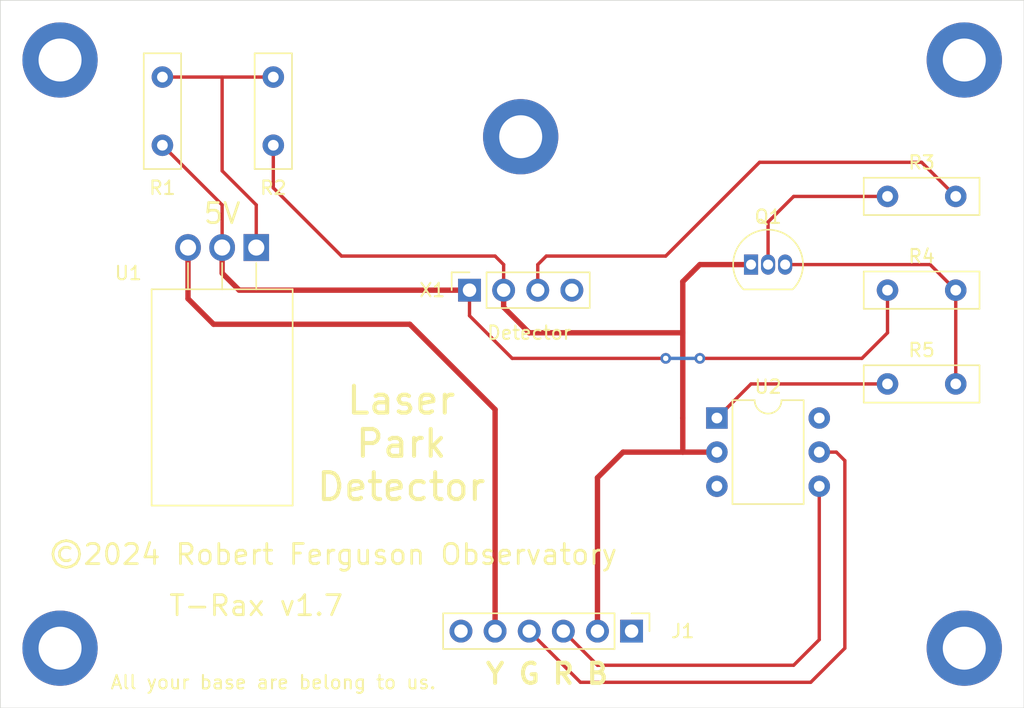
<source format=kicad_pcb>
(kicad_pcb (version 20171130) (host pcbnew "(5.1.9-0-10_14)")

  (general
    (thickness 1.6)
    (drawings 14)
    (tracks 70)
    (zones 0)
    (modules 15)
    (nets 11)
  )

  (page A4)
  (layers
    (0 F.Cu signal)
    (31 B.Cu signal)
    (32 B.Adhes user)
    (33 F.Adhes user)
    (34 B.Paste user)
    (35 F.Paste user)
    (36 B.SilkS user)
    (37 F.SilkS user)
    (38 B.Mask user)
    (39 F.Mask user)
    (40 Dwgs.User user)
    (41 Cmts.User user)
    (42 Eco1.User user)
    (43 Eco2.User user)
    (44 Edge.Cuts user)
    (45 Margin user)
    (46 B.CrtYd user)
    (47 F.CrtYd user)
    (48 B.Fab user)
    (49 F.Fab user)
  )

  (setup
    (last_trace_width 0.25)
    (user_trace_width 0.4)
    (user_trace_width 1)
    (trace_clearance 0.2)
    (zone_clearance 0.508)
    (zone_45_only no)
    (trace_min 0.2)
    (via_size 0.8)
    (via_drill 0.4)
    (via_min_size 0.4)
    (via_min_drill 0.3)
    (uvia_size 0.3)
    (uvia_drill 0.1)
    (uvias_allowed no)
    (uvia_min_size 0.2)
    (uvia_min_drill 0.1)
    (edge_width 0.05)
    (segment_width 0.2)
    (pcb_text_width 0.3)
    (pcb_text_size 1.5 1.5)
    (mod_edge_width 0.12)
    (mod_text_size 1 1)
    (mod_text_width 0.15)
    (pad_size 5.6 5.6)
    (pad_drill 3.2)
    (pad_to_mask_clearance 0)
    (aux_axis_origin 0 0)
    (visible_elements FFFFFF7F)
    (pcbplotparams
      (layerselection 0x010fc_ffffffff)
      (usegerberextensions false)
      (usegerberattributes true)
      (usegerberadvancedattributes true)
      (creategerberjobfile true)
      (excludeedgelayer true)
      (linewidth 0.100000)
      (plotframeref false)
      (viasonmask false)
      (mode 1)
      (useauxorigin false)
      (hpglpennumber 1)
      (hpglpenspeed 20)
      (hpglpendiameter 15.000000)
      (psnegative false)
      (psa4output false)
      (plotreference true)
      (plotvalue true)
      (plotinvisibletext false)
      (padsonsilk false)
      (subtractmaskfromsilk false)
      (outputformat 1)
      (mirror false)
      (drillshape 0)
      (scaleselection 1)
      (outputdirectory "./"))
  )

  (net 0 "")
  (net 1 GND)
  (net 2 "Net-(J1-Pad3)")
  (net 3 "Net-(J1-Pad4)")
  (net 4 "Net-(J1-Pad5)")
  (net 5 "Net-(Q1-Pad2)")
  (net 6 "Net-(Q1-Pad3)")
  (net 7 "Net-(R1-Pad1)")
  (net 8 "Net-(R1-Pad2)")
  (net 9 "Net-(R3-Pad2)")
  (net 10 "Net-(R5-Pad1)")

  (net_class Default "This is the default net class."
    (clearance 0.2)
    (trace_width 0.25)
    (via_dia 0.8)
    (via_drill 0.4)
    (uvia_dia 0.3)
    (uvia_drill 0.1)
    (add_net GND)
    (add_net "Net-(J1-Pad3)")
    (add_net "Net-(J1-Pad4)")
    (add_net "Net-(J1-Pad5)")
    (add_net "Net-(Q1-Pad2)")
    (add_net "Net-(Q1-Pad3)")
    (add_net "Net-(R1-Pad1)")
    (add_net "Net-(R1-Pad2)")
    (add_net "Net-(R3-Pad2)")
    (add_net "Net-(R5-Pad1)")
  )

  (module MountingHole:MountingHole_3.2mm_M3_DIN965_Pad (layer F.Cu) (tedit 65D3B5AB) (tstamp 65D41F09)
    (at 99.695 61.595)
    (descr "Mounting Hole 3.2mm, M3, DIN965")
    (tags "mounting hole 3.2mm m3 din965")
    (attr virtual)
    (fp_text reference REF** (at 0 -3.8) (layer F.SilkS) hide
      (effects (font (size 1 1) (thickness 0.15)))
    )
    (fp_text value MountingHole_3.2mm_M3_DIN965_Pad (at 0 3.8) (layer F.Fab) hide
      (effects (font (size 1 1) (thickness 0.15)))
    )
    (fp_circle (center 0 0) (end 2.8 0) (layer Cmts.User) (width 0.15))
    (fp_circle (center 0 0) (end 3.05 0) (layer F.CrtYd) (width 0.05))
    (fp_text user %R (at 0.3 0) (layer F.Fab)
      (effects (font (size 1 1) (thickness 0.15)))
    )
    (pad "" thru_hole circle (at 0 0) (size 5.6 5.6) (drill 3.2) (layers *.Cu *.Mask))
  )

  (module Package_TO_SOT_THT:TO-220F-3_Horizontal_TabDown (layer F.Cu) (tedit 5AC8BA0D) (tstamp 65D400C4)
    (at 80.01 69.85 180)
    (descr "TO-220F-3, Horizontal, RM 2.54mm, see http://www.st.com/resource/en/datasheet/stp20nm60.pdf")
    (tags "TO-220F-3 Horizontal RM 2.54mm")
    (path /65EBE818)
    (fp_text reference U1 (at 9.525 -1.905) (layer F.SilkS)
      (effects (font (size 1 1) (thickness 0.15)))
    )
    (fp_text value LM1084 (at 2.54 2.9025) (layer F.Fab)
      (effects (font (size 1 1) (thickness 0.15)))
    )
    (fp_text user %R (at 2.54 -4.1675) (layer F.Fab)
      (effects (font (size 1 1) (thickness 0.15)))
    )
    (fp_circle (center 2.54 -15.8) (end 4.39 -15.8) (layer F.Fab) (width 0.1))
    (fp_line (start -2.59 -12.42) (end -2.59 -19.1) (layer F.Fab) (width 0.1))
    (fp_line (start -2.59 -19.1) (end 7.67 -19.1) (layer F.Fab) (width 0.1))
    (fp_line (start 7.67 -19.1) (end 7.67 -12.42) (layer F.Fab) (width 0.1))
    (fp_line (start 7.67 -12.42) (end -2.59 -12.42) (layer F.Fab) (width 0.1))
    (fp_line (start -2.59 -3.23) (end -2.59 -12.42) (layer F.Fab) (width 0.1))
    (fp_line (start -2.59 -12.42) (end 7.67 -12.42) (layer F.Fab) (width 0.1))
    (fp_line (start 7.67 -12.42) (end 7.67 -3.23) (layer F.Fab) (width 0.1))
    (fp_line (start 7.67 -3.23) (end -2.59 -3.23) (layer F.Fab) (width 0.1))
    (fp_line (start 0 -3.23) (end 0 0) (layer F.Fab) (width 0.1))
    (fp_line (start 2.54 -3.23) (end 2.54 0) (layer F.Fab) (width 0.1))
    (fp_line (start 5.08 -3.23) (end 5.08 0) (layer F.Fab) (width 0.1))
    (fp_line (start -2.71 -3.11) (end 7.79 -3.11) (layer F.SilkS) (width 0.12))
    (fp_line (start -2.71 -19.22) (end 7.79 -19.22) (layer F.SilkS) (width 0.12))
    (fp_line (start -2.71 -19.22) (end -2.71 -3.11) (layer F.SilkS) (width 0.12))
    (fp_line (start 7.79 -19.22) (end 7.79 -3.11) (layer F.SilkS) (width 0.12))
    (fp_line (start 0 -3.11) (end 0 -1.15) (layer F.SilkS) (width 0.12))
    (fp_line (start 2.54 -3.11) (end 2.54 -1.15) (layer F.SilkS) (width 0.12))
    (fp_line (start 5.08 -3.11) (end 5.08 -1.15) (layer F.SilkS) (width 0.12))
    (fp_line (start -2.84 -19.35) (end -2.84 1.25) (layer F.CrtYd) (width 0.05))
    (fp_line (start -2.84 1.25) (end 7.92 1.25) (layer F.CrtYd) (width 0.05))
    (fp_line (start 7.92 1.25) (end 7.92 -19.35) (layer F.CrtYd) (width 0.05))
    (fp_line (start 7.92 -19.35) (end -2.84 -19.35) (layer F.CrtYd) (width 0.05))
    (pad 3 thru_hole oval (at 5.08 0 180) (size 1.905 2) (drill 1.2) (layers *.Cu *.Mask)
      (net 4 "Net-(J1-Pad5)"))
    (pad 2 thru_hole oval (at 2.54 0 180) (size 1.905 2) (drill 1.2) (layers *.Cu *.Mask)
      (net 8 "Net-(R1-Pad2)"))
    (pad 1 thru_hole rect (at 0 0 180) (size 1.905 2) (drill 1.2) (layers *.Cu *.Mask)
      (net 7 "Net-(R1-Pad1)"))
    (pad "" np_thru_hole oval (at 2.54 -15.8 180) (size 3.5 3.5) (drill 3.5) (layers *.Cu *.Mask))
    (model ${KISYS3DMOD}/Package_TO_SOT_THT.3dshapes/TO-220F-3_Horizontal_TabDown.wrl
      (at (xyz 0 0 0))
      (scale (xyz 1 1 1))
      (rotate (xyz 0 0 0))
    )
  )

  (module MountingHole:MountingHole_3.2mm_M3_DIN965_Pad (layer F.Cu) (tedit 65D3B5AB) (tstamp 65D413C3)
    (at 65.405 55.88)
    (descr "Mounting Hole 3.2mm, M3, DIN965")
    (tags "mounting hole 3.2mm m3 din965")
    (attr virtual)
    (fp_text reference REF** (at 0 -3.8) (layer F.SilkS) hide
      (effects (font (size 1 1) (thickness 0.15)))
    )
    (fp_text value MountingHole_3.2mm_M3_DIN965_Pad (at 0 3.8) (layer F.Fab) hide
      (effects (font (size 1 1) (thickness 0.15)))
    )
    (fp_text user %R (at 0.3 0) (layer F.Fab)
      (effects (font (size 1 1) (thickness 0.15)))
    )
    (fp_circle (center 0 0) (end 2.8 0) (layer Cmts.User) (width 0.15))
    (fp_circle (center 0 0) (end 3.05 0) (layer F.CrtYd) (width 0.05))
    (pad "" thru_hole circle (at 0 0) (size 5.6 5.6) (drill 3.2) (layers *.Cu *.Mask))
  )

  (module MountingHole:MountingHole_3.2mm_M3_DIN965_Pad (layer F.Cu) (tedit 65D3B594) (tstamp 65D4136F)
    (at 65.405 99.695)
    (descr "Mounting Hole 3.2mm, M3, DIN965")
    (tags "mounting hole 3.2mm m3 din965")
    (attr virtual)
    (fp_text reference REF** (at 0 -3.8) (layer F.SilkS) hide
      (effects (font (size 1 1) (thickness 0.15)))
    )
    (fp_text value MountingHole_3.2mm_M3_DIN965_Pad (at 0 3.8) (layer F.Fab) hide
      (effects (font (size 1 1) (thickness 0.15)))
    )
    (fp_text user %R (at 0.3 0) (layer F.Fab)
      (effects (font (size 1 1) (thickness 0.15)))
    )
    (fp_circle (center 0 0) (end 2.8 0) (layer Cmts.User) (width 0.15))
    (fp_circle (center 0 0) (end 3.05 0) (layer F.CrtYd) (width 0.05))
    (pad "" thru_hole circle (at 0 0) (size 5.6 5.6) (drill 3.2) (layers *.Cu *.Mask))
  )

  (module MountingHole:MountingHole_3.2mm_M3_DIN965_Pad (layer F.Cu) (tedit 65D3B5B4) (tstamp 65D41336)
    (at 132.715 55.88)
    (descr "Mounting Hole 3.2mm, M3, DIN965")
    (tags "mounting hole 3.2mm m3 din965")
    (attr virtual)
    (fp_text reference REF** (at 0 -3.8) (layer F.SilkS) hide
      (effects (font (size 1 1) (thickness 0.15)))
    )
    (fp_text value "M3 hole" (at 0 3.81) (layer F.Fab) hide
      (effects (font (size 1 1) (thickness 0.15)))
    )
    (fp_text user %R (at 0.3 0) (layer F.Fab)
      (effects (font (size 1 1) (thickness 0.15)))
    )
    (fp_circle (center 0 0) (end 2.8 0) (layer Cmts.User) (width 0.15))
    (fp_circle (center 0 0) (end 3.05 0) (layer F.CrtYd) (width 0.05))
    (pad "" thru_hole circle (at 0 0) (size 5.6 5.6) (drill 3.2) (layers *.Cu *.Mask))
  )

  (module MountingHole:MountingHole_3.2mm_M3_DIN965_Pad (layer F.Cu) (tedit 65D3B5BE) (tstamp 65D412FD)
    (at 132.715 99.695)
    (descr "Mounting Hole 3.2mm, M3, DIN965")
    (tags "mounting hole 3.2mm m3 din965")
    (attr virtual)
    (fp_text reference REF** (at 0 -3.8) (layer F.SilkS) hide
      (effects (font (size 1 1) (thickness 0.15)))
    )
    (fp_text value MountingHole_3.2mm_M3_DIN965_Pad (at 0 3.8) (layer F.Fab) hide
      (effects (font (size 1 1) (thickness 0.15)))
    )
    (fp_text user %R (at 0.3 0) (layer F.Fab)
      (effects (font (size 1 1) (thickness 0.15)))
    )
    (fp_circle (center 0 0) (end 2.8 0) (layer Cmts.User) (width 0.15))
    (fp_circle (center 0 0) (end 3.05 0) (layer F.CrtYd) (width 0.05))
    (pad "" thru_hole circle (at 0 0) (size 5.6 5.6) (drill 3.2) (layers *.Cu *.Mask))
  )

  (module Connector_PinHeader_2.54mm:PinHeader_1x06_P2.54mm_Vertical (layer F.Cu) (tedit 59FED5CC) (tstamp 65D40036)
    (at 107.95 98.425 270)
    (descr "Through hole straight pin header, 1x06, 2.54mm pitch, single row")
    (tags "Through hole pin header THT 1x06 2.54mm single row")
    (path /65EBE81E)
    (fp_text reference J1 (at 0 -3.81 180) (layer F.SilkS)
      (effects (font (size 1 1) (thickness 0.15)))
    )
    (fp_text value RJ25 (at 0 15.03 90) (layer F.Fab)
      (effects (font (size 1 1) (thickness 0.15)))
    )
    (fp_line (start 1.8 -1.8) (end -1.8 -1.8) (layer F.CrtYd) (width 0.05))
    (fp_line (start 1.8 14.5) (end 1.8 -1.8) (layer F.CrtYd) (width 0.05))
    (fp_line (start -1.8 14.5) (end 1.8 14.5) (layer F.CrtYd) (width 0.05))
    (fp_line (start -1.8 -1.8) (end -1.8 14.5) (layer F.CrtYd) (width 0.05))
    (fp_line (start -1.33 -1.33) (end 0 -1.33) (layer F.SilkS) (width 0.12))
    (fp_line (start -1.33 0) (end -1.33 -1.33) (layer F.SilkS) (width 0.12))
    (fp_line (start -1.33 1.27) (end 1.33 1.27) (layer F.SilkS) (width 0.12))
    (fp_line (start 1.33 1.27) (end 1.33 14.03) (layer F.SilkS) (width 0.12))
    (fp_line (start -1.33 1.27) (end -1.33 14.03) (layer F.SilkS) (width 0.12))
    (fp_line (start -1.33 14.03) (end 1.33 14.03) (layer F.SilkS) (width 0.12))
    (fp_line (start -1.27 -0.635) (end -0.635 -1.27) (layer F.Fab) (width 0.1))
    (fp_line (start -1.27 13.97) (end -1.27 -0.635) (layer F.Fab) (width 0.1))
    (fp_line (start 1.27 13.97) (end -1.27 13.97) (layer F.Fab) (width 0.1))
    (fp_line (start 1.27 -1.27) (end 1.27 13.97) (layer F.Fab) (width 0.1))
    (fp_line (start -0.635 -1.27) (end 1.27 -1.27) (layer F.Fab) (width 0.1))
    (fp_text user %R (at 0 6.35) (layer F.Fab)
      (effects (font (size 1 1) (thickness 0.15)))
    )
    (pad 1 thru_hole rect (at 0 0 270) (size 1.7 1.7) (drill 1) (layers *.Cu *.Mask))
    (pad 2 thru_hole oval (at 0 2.54 270) (size 1.7 1.7) (drill 1) (layers *.Cu *.Mask)
      (net 1 GND))
    (pad 3 thru_hole oval (at 0 5.08 270) (size 1.7 1.7) (drill 1) (layers *.Cu *.Mask)
      (net 2 "Net-(J1-Pad3)"))
    (pad 4 thru_hole oval (at 0 7.62 270) (size 1.7 1.7) (drill 1) (layers *.Cu *.Mask)
      (net 3 "Net-(J1-Pad4)"))
    (pad 5 thru_hole oval (at 0 10.16 270) (size 1.7 1.7) (drill 1) (layers *.Cu *.Mask)
      (net 4 "Net-(J1-Pad5)"))
    (pad 6 thru_hole oval (at 0 12.7 270) (size 1.7 1.7) (drill 1) (layers *.Cu *.Mask))
    (model ${KISYS3DMOD}/Connector_PinHeader_2.54mm.3dshapes/PinHeader_1x06_P2.54mm_Vertical.wrl
      (at (xyz 0 0 0))
      (scale (xyz 1 1 1))
      (rotate (xyz 0 0 0))
    )
  )

  (module Package_TO_SOT_THT:TO-92_Inline (layer F.Cu) (tedit 5A1DD157) (tstamp 65D40048)
    (at 116.84 71.12)
    (descr "TO-92 leads in-line, narrow, oval pads, drill 0.75mm (see NXP sot054_po.pdf)")
    (tags "to-92 sc-43 sc-43a sot54 PA33 transistor")
    (path /65EBE87F)
    (fp_text reference Q1 (at 1.27 -3.56) (layer F.SilkS)
      (effects (font (size 1 1) (thickness 0.15)))
    )
    (fp_text value 2N2222 (at 1.27 2.79) (layer F.Fab)
      (effects (font (size 1 1) (thickness 0.15)))
    )
    (fp_line (start 4 2.01) (end -1.46 2.01) (layer F.CrtYd) (width 0.05))
    (fp_line (start 4 2.01) (end 4 -2.73) (layer F.CrtYd) (width 0.05))
    (fp_line (start -1.46 -2.73) (end -1.46 2.01) (layer F.CrtYd) (width 0.05))
    (fp_line (start -1.46 -2.73) (end 4 -2.73) (layer F.CrtYd) (width 0.05))
    (fp_line (start -0.5 1.75) (end 3 1.75) (layer F.Fab) (width 0.1))
    (fp_line (start -0.53 1.85) (end 3.07 1.85) (layer F.SilkS) (width 0.12))
    (fp_text user %R (at 1.27 0) (layer F.Fab)
      (effects (font (size 1 1) (thickness 0.15)))
    )
    (fp_arc (start 1.27 0) (end 1.27 -2.48) (angle 135) (layer F.Fab) (width 0.1))
    (fp_arc (start 1.27 0) (end 1.27 -2.6) (angle -135) (layer F.SilkS) (width 0.12))
    (fp_arc (start 1.27 0) (end 1.27 -2.48) (angle -135) (layer F.Fab) (width 0.1))
    (fp_arc (start 1.27 0) (end 1.27 -2.6) (angle 135) (layer F.SilkS) (width 0.12))
    (pad 2 thru_hole oval (at 1.27 0) (size 1.05 1.5) (drill 0.75) (layers *.Cu *.Mask)
      (net 5 "Net-(Q1-Pad2)"))
    (pad 3 thru_hole oval (at 2.54 0) (size 1.05 1.5) (drill 0.75) (layers *.Cu *.Mask)
      (net 6 "Net-(Q1-Pad3)"))
    (pad 1 thru_hole rect (at 0 0) (size 1.05 1.5) (drill 0.75) (layers *.Cu *.Mask)
      (net 1 GND))
    (model ${KISYS3DMOD}/Package_TO_SOT_THT.3dshapes/TO-92_Inline.wrl
      (at (xyz 0 0 0))
      (scale (xyz 1 1 1))
      (rotate (xyz 0 0 0))
    )
  )

  (module Resistor_THT:R_Box_L8.4mm_W2.5mm_P5.08mm (layer F.Cu) (tedit 5AE5139B) (tstamp 65D40D26)
    (at 73.025 57.15 270)
    (descr "Resistor, Box series, Radial, pin pitch=5.08mm, 0.5W = 1/2W, length*width=8.38*2.54mm^2, http://www.vishay.com/docs/60051/cns020.pdf")
    (tags "Resistor Box series Radial pin pitch 5.08mm 0.5W = 1/2W length 8.38mm width 2.54mm")
    (path /65EBE825)
    (fp_text reference R1 (at 8.255 0 180) (layer F.SilkS)
      (effects (font (size 1 1) (thickness 0.15)))
    )
    (fp_text value 118 (at 2.54 2.52 90) (layer F.Fab)
      (effects (font (size 1 1) (thickness 0.15)))
    )
    (fp_line (start 6.98 -1.52) (end -1.91 -1.52) (layer F.CrtYd) (width 0.05))
    (fp_line (start 6.98 1.52) (end 6.98 -1.52) (layer F.CrtYd) (width 0.05))
    (fp_line (start -1.91 1.52) (end 6.98 1.52) (layer F.CrtYd) (width 0.05))
    (fp_line (start -1.91 -1.52) (end -1.91 1.52) (layer F.CrtYd) (width 0.05))
    (fp_line (start 6.85 -1.39) (end 6.85 1.39) (layer F.SilkS) (width 0.12))
    (fp_line (start -1.77 -1.39) (end -1.77 1.39) (layer F.SilkS) (width 0.12))
    (fp_line (start -1.77 1.39) (end 6.85 1.39) (layer F.SilkS) (width 0.12))
    (fp_line (start -1.77 -1.39) (end 6.85 -1.39) (layer F.SilkS) (width 0.12))
    (fp_line (start 6.73 -1.27) (end -1.65 -1.27) (layer F.Fab) (width 0.1))
    (fp_line (start 6.73 1.27) (end 6.73 -1.27) (layer F.Fab) (width 0.1))
    (fp_line (start -1.65 1.27) (end 6.73 1.27) (layer F.Fab) (width 0.1))
    (fp_line (start -1.65 -1.27) (end -1.65 1.27) (layer F.Fab) (width 0.1))
    (fp_text user %R (at 2.54 0 90) (layer F.Fab)
      (effects (font (size 1 1) (thickness 0.15)))
    )
    (pad 1 thru_hole circle (at 0 0 270) (size 1.6 1.6) (drill 0.8) (layers *.Cu *.Mask)
      (net 7 "Net-(R1-Pad1)"))
    (pad 2 thru_hole circle (at 5.08 0 270) (size 1.6 1.6) (drill 0.8) (layers *.Cu *.Mask)
      (net 8 "Net-(R1-Pad2)"))
    (model ${KISYS3DMOD}/Resistor_THT.3dshapes/R_Box_L8.4mm_W2.5mm_P5.08mm.wrl
      (at (xyz 0 0 0))
      (scale (xyz 1 1 1))
      (rotate (xyz 0 0 0))
    )
  )

  (module Resistor_THT:R_Box_L8.4mm_W2.5mm_P5.08mm (layer F.Cu) (tedit 5AE5139B) (tstamp 65D4006E)
    (at 81.28 62.23 90)
    (descr "Resistor, Box series, Radial, pin pitch=5.08mm, 0.5W = 1/2W, length*width=8.38*2.54mm^2, http://www.vishay.com/docs/60051/cns020.pdf")
    (tags "Resistor Box series Radial pin pitch 5.08mm 0.5W = 1/2W length 8.38mm width 2.54mm")
    (path /65EBE82B)
    (fp_text reference R2 (at -3.175 0 180) (layer F.SilkS)
      (effects (font (size 1 1) (thickness 0.15)))
    )
    (fp_text value 354 (at 2.54 2.52 90) (layer F.Fab)
      (effects (font (size 1 1) (thickness 0.15)))
    )
    (fp_text user %R (at 2.54 0 90) (layer F.Fab)
      (effects (font (size 1 1) (thickness 0.15)))
    )
    (fp_line (start -1.65 -1.27) (end -1.65 1.27) (layer F.Fab) (width 0.1))
    (fp_line (start -1.65 1.27) (end 6.73 1.27) (layer F.Fab) (width 0.1))
    (fp_line (start 6.73 1.27) (end 6.73 -1.27) (layer F.Fab) (width 0.1))
    (fp_line (start 6.73 -1.27) (end -1.65 -1.27) (layer F.Fab) (width 0.1))
    (fp_line (start -1.77 -1.39) (end 6.85 -1.39) (layer F.SilkS) (width 0.12))
    (fp_line (start -1.77 1.39) (end 6.85 1.39) (layer F.SilkS) (width 0.12))
    (fp_line (start -1.77 -1.39) (end -1.77 1.39) (layer F.SilkS) (width 0.12))
    (fp_line (start 6.85 -1.39) (end 6.85 1.39) (layer F.SilkS) (width 0.12))
    (fp_line (start -1.91 -1.52) (end -1.91 1.52) (layer F.CrtYd) (width 0.05))
    (fp_line (start -1.91 1.52) (end 6.98 1.52) (layer F.CrtYd) (width 0.05))
    (fp_line (start 6.98 1.52) (end 6.98 -1.52) (layer F.CrtYd) (width 0.05))
    (fp_line (start 6.98 -1.52) (end -1.91 -1.52) (layer F.CrtYd) (width 0.05))
    (pad 2 thru_hole circle (at 5.08 0 90) (size 1.6 1.6) (drill 0.8) (layers *.Cu *.Mask)
      (net 7 "Net-(R1-Pad1)"))
    (pad 1 thru_hole circle (at 0 0 90) (size 1.6 1.6) (drill 0.8) (layers *.Cu *.Mask)
      (net 1 GND))
    (model ${KISYS3DMOD}/Resistor_THT.3dshapes/R_Box_L8.4mm_W2.5mm_P5.08mm.wrl
      (at (xyz 0 0 0))
      (scale (xyz 1 1 1))
      (rotate (xyz 0 0 0))
    )
  )

  (module Resistor_THT:R_Box_L8.4mm_W2.5mm_P5.08mm (layer F.Cu) (tedit 5AE5139B) (tstamp 65D40081)
    (at 127 66.04)
    (descr "Resistor, Box series, Radial, pin pitch=5.08mm, 0.5W = 1/2W, length*width=8.38*2.54mm^2, http://www.vishay.com/docs/60051/cns020.pdf")
    (tags "Resistor Box series Radial pin pitch 5.08mm 0.5W = 1/2W length 8.38mm width 2.54mm")
    (path /65EBE844)
    (fp_text reference R3 (at 2.54 -2.52) (layer F.SilkS)
      (effects (font (size 1 1) (thickness 0.15)))
    )
    (fp_text value 1K (at 2.54 2.52) (layer F.Fab)
      (effects (font (size 1 1) (thickness 0.15)))
    )
    (fp_line (start 6.98 -1.52) (end -1.91 -1.52) (layer F.CrtYd) (width 0.05))
    (fp_line (start 6.98 1.52) (end 6.98 -1.52) (layer F.CrtYd) (width 0.05))
    (fp_line (start -1.91 1.52) (end 6.98 1.52) (layer F.CrtYd) (width 0.05))
    (fp_line (start -1.91 -1.52) (end -1.91 1.52) (layer F.CrtYd) (width 0.05))
    (fp_line (start 6.85 -1.39) (end 6.85 1.39) (layer F.SilkS) (width 0.12))
    (fp_line (start -1.77 -1.39) (end -1.77 1.39) (layer F.SilkS) (width 0.12))
    (fp_line (start -1.77 1.39) (end 6.85 1.39) (layer F.SilkS) (width 0.12))
    (fp_line (start -1.77 -1.39) (end 6.85 -1.39) (layer F.SilkS) (width 0.12))
    (fp_line (start 6.73 -1.27) (end -1.65 -1.27) (layer F.Fab) (width 0.1))
    (fp_line (start 6.73 1.27) (end 6.73 -1.27) (layer F.Fab) (width 0.1))
    (fp_line (start -1.65 1.27) (end 6.73 1.27) (layer F.Fab) (width 0.1))
    (fp_line (start -1.65 -1.27) (end -1.65 1.27) (layer F.Fab) (width 0.1))
    (fp_text user %R (at 2.54 0) (layer F.Fab)
      (effects (font (size 1 1) (thickness 0.15)))
    )
    (pad 1 thru_hole circle (at 0 0) (size 1.6 1.6) (drill 0.8) (layers *.Cu *.Mask)
      (net 5 "Net-(Q1-Pad2)"))
    (pad 2 thru_hole circle (at 5.08 0) (size 1.6 1.6) (drill 0.8) (layers *.Cu *.Mask)
      (net 9 "Net-(R3-Pad2)"))
    (model ${KISYS3DMOD}/Resistor_THT.3dshapes/R_Box_L8.4mm_W2.5mm_P5.08mm.wrl
      (at (xyz 0 0 0))
      (scale (xyz 1 1 1))
      (rotate (xyz 0 0 0))
    )
  )

  (module Resistor_THT:R_Box_L8.4mm_W2.5mm_P5.08mm (layer F.Cu) (tedit 5AE5139B) (tstamp 65D40094)
    (at 127 73.025)
    (descr "Resistor, Box series, Radial, pin pitch=5.08mm, 0.5W = 1/2W, length*width=8.38*2.54mm^2, http://www.vishay.com/docs/60051/cns020.pdf")
    (tags "Resistor Box series Radial pin pitch 5.08mm 0.5W = 1/2W length 8.38mm width 2.54mm")
    (path /65EBE84A)
    (fp_text reference R4 (at 2.54 -2.52) (layer F.SilkS)
      (effects (font (size 1 1) (thickness 0.15)))
    )
    (fp_text value 1K (at 2.54 2.52) (layer F.Fab)
      (effects (font (size 1 1) (thickness 0.15)))
    )
    (fp_text user %R (at 2.54 0) (layer F.Fab)
      (effects (font (size 1 1) (thickness 0.15)))
    )
    (fp_line (start -1.65 -1.27) (end -1.65 1.27) (layer F.Fab) (width 0.1))
    (fp_line (start -1.65 1.27) (end 6.73 1.27) (layer F.Fab) (width 0.1))
    (fp_line (start 6.73 1.27) (end 6.73 -1.27) (layer F.Fab) (width 0.1))
    (fp_line (start 6.73 -1.27) (end -1.65 -1.27) (layer F.Fab) (width 0.1))
    (fp_line (start -1.77 -1.39) (end 6.85 -1.39) (layer F.SilkS) (width 0.12))
    (fp_line (start -1.77 1.39) (end 6.85 1.39) (layer F.SilkS) (width 0.12))
    (fp_line (start -1.77 -1.39) (end -1.77 1.39) (layer F.SilkS) (width 0.12))
    (fp_line (start 6.85 -1.39) (end 6.85 1.39) (layer F.SilkS) (width 0.12))
    (fp_line (start -1.91 -1.52) (end -1.91 1.52) (layer F.CrtYd) (width 0.05))
    (fp_line (start -1.91 1.52) (end 6.98 1.52) (layer F.CrtYd) (width 0.05))
    (fp_line (start 6.98 1.52) (end 6.98 -1.52) (layer F.CrtYd) (width 0.05))
    (fp_line (start 6.98 -1.52) (end -1.91 -1.52) (layer F.CrtYd) (width 0.05))
    (pad 2 thru_hole circle (at 5.08 0) (size 1.6 1.6) (drill 0.8) (layers *.Cu *.Mask)
      (net 6 "Net-(Q1-Pad3)"))
    (pad 1 thru_hole circle (at 0 0) (size 1.6 1.6) (drill 0.8) (layers *.Cu *.Mask)
      (net 8 "Net-(R1-Pad2)"))
    (model ${KISYS3DMOD}/Resistor_THT.3dshapes/R_Box_L8.4mm_W2.5mm_P5.08mm.wrl
      (at (xyz 0 0 0))
      (scale (xyz 1 1 1))
      (rotate (xyz 0 0 0))
    )
  )

  (module Resistor_THT:R_Box_L8.4mm_W2.5mm_P5.08mm (layer F.Cu) (tedit 5AE5139B) (tstamp 65D400A7)
    (at 127 80.01)
    (descr "Resistor, Box series, Radial, pin pitch=5.08mm, 0.5W = 1/2W, length*width=8.38*2.54mm^2, http://www.vishay.com/docs/60051/cns020.pdf")
    (tags "Resistor Box series Radial pin pitch 5.08mm 0.5W = 1/2W length 8.38mm width 2.54mm")
    (path /65EBE850)
    (fp_text reference R5 (at 2.54 -2.52) (layer F.SilkS)
      (effects (font (size 1 1) (thickness 0.15)))
    )
    (fp_text value 100 (at 2.54 2.52) (layer F.Fab)
      (effects (font (size 1 1) (thickness 0.15)))
    )
    (fp_line (start 6.98 -1.52) (end -1.91 -1.52) (layer F.CrtYd) (width 0.05))
    (fp_line (start 6.98 1.52) (end 6.98 -1.52) (layer F.CrtYd) (width 0.05))
    (fp_line (start -1.91 1.52) (end 6.98 1.52) (layer F.CrtYd) (width 0.05))
    (fp_line (start -1.91 -1.52) (end -1.91 1.52) (layer F.CrtYd) (width 0.05))
    (fp_line (start 6.85 -1.39) (end 6.85 1.39) (layer F.SilkS) (width 0.12))
    (fp_line (start -1.77 -1.39) (end -1.77 1.39) (layer F.SilkS) (width 0.12))
    (fp_line (start -1.77 1.39) (end 6.85 1.39) (layer F.SilkS) (width 0.12))
    (fp_line (start -1.77 -1.39) (end 6.85 -1.39) (layer F.SilkS) (width 0.12))
    (fp_line (start 6.73 -1.27) (end -1.65 -1.27) (layer F.Fab) (width 0.1))
    (fp_line (start 6.73 1.27) (end 6.73 -1.27) (layer F.Fab) (width 0.1))
    (fp_line (start -1.65 1.27) (end 6.73 1.27) (layer F.Fab) (width 0.1))
    (fp_line (start -1.65 -1.27) (end -1.65 1.27) (layer F.Fab) (width 0.1))
    (fp_text user %R (at 2.54 0) (layer F.Fab)
      (effects (font (size 1 1) (thickness 0.15)))
    )
    (pad 1 thru_hole circle (at 0 0) (size 1.6 1.6) (drill 0.8) (layers *.Cu *.Mask)
      (net 10 "Net-(R5-Pad1)"))
    (pad 2 thru_hole circle (at 5.08 0) (size 1.6 1.6) (drill 0.8) (layers *.Cu *.Mask)
      (net 6 "Net-(Q1-Pad3)"))
    (model ${KISYS3DMOD}/Resistor_THT.3dshapes/R_Box_L8.4mm_W2.5mm_P5.08mm.wrl
      (at (xyz 0 0 0))
      (scale (xyz 1 1 1))
      (rotate (xyz 0 0 0))
    )
  )

  (module Package_DIP:DIP-6_W7.62mm (layer F.Cu) (tedit 5A02E8C5) (tstamp 65D400DE)
    (at 114.3 82.55)
    (descr "6-lead though-hole mounted DIP package, row spacing 7.62 mm (300 mils)")
    (tags "THT DIP DIL PDIP 2.54mm 7.62mm 300mil")
    (path /65EBE856)
    (fp_text reference U2 (at 3.81 -2.33) (layer F.SilkS)
      (effects (font (size 1 1) (thickness 0.15)))
    )
    (fp_text value 4N25 (at 3.81 7.41) (layer F.Fab)
      (effects (font (size 1 1) (thickness 0.15)))
    )
    (fp_line (start 8.7 -1.55) (end -1.1 -1.55) (layer F.CrtYd) (width 0.05))
    (fp_line (start 8.7 6.6) (end 8.7 -1.55) (layer F.CrtYd) (width 0.05))
    (fp_line (start -1.1 6.6) (end 8.7 6.6) (layer F.CrtYd) (width 0.05))
    (fp_line (start -1.1 -1.55) (end -1.1 6.6) (layer F.CrtYd) (width 0.05))
    (fp_line (start 6.46 -1.33) (end 4.81 -1.33) (layer F.SilkS) (width 0.12))
    (fp_line (start 6.46 6.41) (end 6.46 -1.33) (layer F.SilkS) (width 0.12))
    (fp_line (start 1.16 6.41) (end 6.46 6.41) (layer F.SilkS) (width 0.12))
    (fp_line (start 1.16 -1.33) (end 1.16 6.41) (layer F.SilkS) (width 0.12))
    (fp_line (start 2.81 -1.33) (end 1.16 -1.33) (layer F.SilkS) (width 0.12))
    (fp_line (start 0.635 -0.27) (end 1.635 -1.27) (layer F.Fab) (width 0.1))
    (fp_line (start 0.635 6.35) (end 0.635 -0.27) (layer F.Fab) (width 0.1))
    (fp_line (start 6.985 6.35) (end 0.635 6.35) (layer F.Fab) (width 0.1))
    (fp_line (start 6.985 -1.27) (end 6.985 6.35) (layer F.Fab) (width 0.1))
    (fp_line (start 1.635 -1.27) (end 6.985 -1.27) (layer F.Fab) (width 0.1))
    (fp_arc (start 3.81 -1.33) (end 2.81 -1.33) (angle -180) (layer F.SilkS) (width 0.12))
    (fp_text user %R (at 3.81 2.54) (layer F.Fab)
      (effects (font (size 1 1) (thickness 0.15)))
    )
    (pad 1 thru_hole rect (at 0 0) (size 1.6 1.6) (drill 0.8) (layers *.Cu *.Mask)
      (net 10 "Net-(R5-Pad1)"))
    (pad 4 thru_hole oval (at 7.62 5.08) (size 1.6 1.6) (drill 0.8) (layers *.Cu *.Mask)
      (net 2 "Net-(J1-Pad3)"))
    (pad 2 thru_hole oval (at 0 2.54) (size 1.6 1.6) (drill 0.8) (layers *.Cu *.Mask)
      (net 1 GND))
    (pad 5 thru_hole oval (at 7.62 2.54) (size 1.6 1.6) (drill 0.8) (layers *.Cu *.Mask)
      (net 3 "Net-(J1-Pad4)"))
    (pad 3 thru_hole oval (at 0 5.08) (size 1.6 1.6) (drill 0.8) (layers *.Cu *.Mask))
    (pad 6 thru_hole oval (at 7.62 0) (size 1.6 1.6) (drill 0.8) (layers *.Cu *.Mask))
    (model ${KISYS3DMOD}/Package_DIP.3dshapes/DIP-6_W7.62mm.wrl
      (at (xyz 0 0 0))
      (scale (xyz 1 1 1))
      (rotate (xyz 0 0 0))
    )
  )

  (module Connector_PinSocket_2.54mm:PhotoDetectorModule (layer F.Cu) (tedit 65D385A1) (tstamp 65D400F6)
    (at 95.885 73.025 90)
    (descr "Through hole straight socket strip, 1x04, 2.54mm pitch, single row (from Kicad 4.0.7), script generated")
    (tags "Through hole socket strip THT 1x04 2.54mm single row")
    (path /65EBE83E)
    (fp_text reference X1 (at 0 -2.77 180) (layer F.SilkS)
      (effects (font (size 1 1) (thickness 0.15)))
    )
    (fp_text value Detector (at -3.175 4.445 180) (layer F.SilkS)
      (effects (font (size 1 1) (thickness 0.15)))
    )
    (fp_line (start -1.27 -1.27) (end 0.635 -1.27) (layer F.Fab) (width 0.1))
    (fp_line (start 0.635 -1.27) (end 1.27 -0.635) (layer F.Fab) (width 0.1))
    (fp_line (start 1.27 -0.635) (end 1.27 8.89) (layer F.Fab) (width 0.1))
    (fp_line (start 1.27 8.89) (end -1.27 8.89) (layer F.Fab) (width 0.1))
    (fp_line (start -1.27 8.89) (end -1.27 -1.27) (layer F.Fab) (width 0.1))
    (fp_line (start -1.33 1.27) (end 1.33 1.27) (layer F.SilkS) (width 0.12))
    (fp_line (start -1.33 1.27) (end -1.33 8.95) (layer F.SilkS) (width 0.12))
    (fp_line (start -1.33 8.95) (end 1.33 8.95) (layer F.SilkS) (width 0.12))
    (fp_line (start 1.33 1.27) (end 1.33 8.95) (layer F.SilkS) (width 0.12))
    (fp_line (start 1.33 -1.33) (end 1.33 0) (layer F.SilkS) (width 0.12))
    (fp_line (start 0 -1.33) (end 1.33 -1.33) (layer F.SilkS) (width 0.12))
    (fp_line (start -1.8 -1.8) (end 1.75 -1.8) (layer F.CrtYd) (width 0.05))
    (fp_line (start 1.75 -1.8) (end 1.75 9.4) (layer F.CrtYd) (width 0.05))
    (fp_line (start 1.75 9.4) (end -1.8 9.4) (layer F.CrtYd) (width 0.05))
    (fp_line (start -1.8 9.4) (end -1.8 -1.8) (layer F.CrtYd) (width 0.05))
    (fp_text user %R (at 0 10.795) (layer F.Fab)
      (effects (font (size 1 1) (thickness 0.15)))
    )
    (pad 1 thru_hole rect (at 0 0 90) (size 1.7 1.7) (drill 1) (layers *.Cu *.Mask)
      (net 8 "Net-(R1-Pad2)"))
    (pad 2 thru_hole oval (at 0 2.54 90) (size 1.7 1.7) (drill 1) (layers *.Cu *.Mask)
      (net 1 GND))
    (pad 3 thru_hole oval (at 0 5.08 90) (size 1.7 1.7) (drill 1) (layers *.Cu *.Mask)
      (net 9 "Net-(R3-Pad2)"))
    (pad 4 thru_hole oval (at 0 7.62 90) (size 1.7 1.7) (drill 1) (layers *.Cu *.Mask))
    (model ${KISYS3DMOD}/Connector_PinSocket_2.54mm.3dshapes/PinSocket_1x04_P2.54mm_Vertical.wrl
      (at (xyz 0 0 0))
      (scale (xyz 1 1 1))
      (rotate (xyz 0 0 0))
    )
  )

  (gr_text "All your base are belong to us." (at 81.28 102.235) (layer F.SilkS)
    (effects (font (size 1 1) (thickness 0.15)))
  )
  (gr_text 5V (at 77.47 67.31) (layer F.SilkS)
    (effects (font (size 1.5 1.5) (thickness 0.2)))
  )
  (gr_text "T-Rax v1.7" (at 80.01 96.52) (layer F.SilkS)
    (effects (font (size 1.5 1.5) (thickness 0.2)))
  )
  (gr_text "©2024 Robert Ferguson Observatory" (at 85.725 92.71) (layer F.SilkS)
    (effects (font (size 1.5 1.5) (thickness 0.2)))
  )
  (gr_text "Laser\nPark\nDetector" (at 90.805 84.455) (layer F.SilkS)
    (effects (font (size 2 2) (thickness 0.3)))
  )
  (gr_line (start 60.96 104.14) (end 60.96 103.505) (layer Edge.Cuts) (width 0.05) (tstamp 65D413AE))
  (gr_line (start 137.16 104.14) (end 60.96 104.14) (layer Edge.Cuts) (width 0.05))
  (gr_line (start 60.96 51.435) (end 60.96 103.505) (layer Edge.Cuts) (width 0.05) (tstamp 65D413BA))
  (gr_line (start 137.16 51.435) (end 60.96 51.435) (layer Edge.Cuts) (width 0.05))
  (gr_line (start 137.16 104.14) (end 137.16 51.435) (layer Edge.Cuts) (width 0.05))
  (gr_text B (at 105.41 101.6) (layer F.SilkS)
    (effects (font (size 1.5 1.5) (thickness 0.3)))
  )
  (gr_text R (at 102.87 101.6) (layer F.SilkS)
    (effects (font (size 1.5 1.5) (thickness 0.3)))
  )
  (gr_text G (at 100.33 101.6) (layer F.SilkS)
    (effects (font (size 1.5 1.5) (thickness 0.3)))
  )
  (gr_text Y (at 97.79 101.6) (layer F.SilkS)
    (effects (font (size 1.5 1.5) (thickness 0.3)))
  )

  (segment (start 116.84 71.12) (end 113.03 71.12) (width 0.4) (layer F.Cu) (net 1))
  (segment (start 113.03 71.12) (end 112.395 71.755) (width 0.4) (layer F.Cu) (net 1))
  (segment (start 111.76 72.39) (end 112.395 71.755) (width 0.4) (layer F.Cu) (net 1))
  (segment (start 111.76 82.55) (end 111.76 78.105) (width 0.4) (layer F.Cu) (net 1))
  (segment (start 111.76 82.55) (end 111.76 85.09) (width 0.4) (layer F.Cu) (net 1))
  (segment (start 111.76 85.09) (end 107.315 85.09) (width 0.4) (layer F.Cu) (net 1))
  (segment (start 105.41 86.995) (end 105.41 98.425) (width 0.4) (layer F.Cu) (net 1))
  (segment (start 107.315 85.09) (end 105.41 86.995) (width 0.4) (layer F.Cu) (net 1))
  (segment (start 111.76 85.09) (end 114.3 85.09) (width 0.4) (layer F.Cu) (net 1))
  (segment (start 111.76 76.2) (end 100.33 76.2) (width 0.4) (layer F.Cu) (net 1))
  (segment (start 100.33 76.2) (end 98.425 74.295) (width 0.4) (layer F.Cu) (net 1))
  (segment (start 98.425 73.025) (end 98.425 74.295) (width 0.4) (layer F.Cu) (net 1))
  (segment (start 111.76 78.105) (end 111.76 76.2) (width 0.4) (layer F.Cu) (net 1))
  (segment (start 111.76 76.2) (end 111.76 72.39) (width 0.4) (layer F.Cu) (net 1))
  (segment (start 97.79 70.485) (end 98.425 71.12) (width 0.25) (layer F.Cu) (net 1))
  (segment (start 86.36 70.485) (end 97.79 70.485) (width 0.25) (layer F.Cu) (net 1))
  (segment (start 98.425 71.12) (end 98.425 73.025) (width 0.25) (layer F.Cu) (net 1))
  (segment (start 81.28 65.405) (end 86.36 70.485) (width 0.25) (layer F.Cu) (net 1))
  (segment (start 81.28 62.23) (end 81.28 65.405) (width 0.25) (layer F.Cu) (net 1))
  (segment (start 121.92 87.63) (end 121.92 99.06) (width 0.25) (layer F.Cu) (net 2))
  (segment (start 121.92 99.06) (end 120.015 100.965) (width 0.25) (layer F.Cu) (net 2))
  (segment (start 105.41 100.965) (end 102.87 98.425) (width 0.25) (layer F.Cu) (net 2))
  (segment (start 120.015 100.965) (end 105.41 100.965) (width 0.25) (layer F.Cu) (net 2))
  (segment (start 121.92 85.09) (end 123.19 85.09) (width 0.25) (layer F.Cu) (net 3))
  (segment (start 123.19 85.09) (end 123.825 85.725) (width 0.25) (layer F.Cu) (net 3))
  (segment (start 123.825 85.725) (end 123.825 99.695) (width 0.25) (layer F.Cu) (net 3))
  (segment (start 123.825 99.695) (end 121.285 102.235) (width 0.25) (layer F.Cu) (net 3))
  (segment (start 104.14 102.235) (end 100.33 98.425) (width 0.25) (layer F.Cu) (net 3))
  (segment (start 121.285 102.235) (end 104.14 102.235) (width 0.25) (layer F.Cu) (net 3))
  (segment (start 97.79 81.915) (end 97.79 98.425) (width 0.4) (layer F.Cu) (net 4))
  (segment (start 91.44 75.565) (end 97.79 81.915) (width 0.4) (layer F.Cu) (net 4))
  (segment (start 74.93 73.66) (end 76.835 75.565) (width 0.4) (layer F.Cu) (net 4))
  (segment (start 76.835 75.565) (end 91.44 75.565) (width 0.4) (layer F.Cu) (net 4))
  (segment (start 74.93 69.85) (end 74.93 73.66) (width 0.4) (layer F.Cu) (net 4))
  (segment (start 118.11 67.945) (end 118.11 71.12) (width 0.25) (layer F.Cu) (net 5))
  (segment (start 120.015 66.04) (end 118.11 67.945) (width 0.25) (layer F.Cu) (net 5))
  (segment (start 120.015 66.04) (end 127 66.04) (width 0.25) (layer F.Cu) (net 5))
  (segment (start 132.08 73.025) (end 130.175 71.12) (width 0.25) (layer F.Cu) (net 6))
  (segment (start 132.08 73.025) (end 132.08 80.01) (width 0.25) (layer F.Cu) (net 6))
  (segment (start 119.38 71.12) (end 130.175 71.12) (width 0.25) (layer F.Cu) (net 6))
  (segment (start 77.47 57.15) (end 73.025 57.15) (width 0.25) (layer F.Cu) (net 7) (tstamp 65D41C28))
  (segment (start 81.28 57.15) (end 77.47 57.15) (width 0.25) (layer F.Cu) (net 7) (tstamp 65D41C2B))
  (segment (start 80.01 66.675) (end 77.47 64.135) (width 0.25) (layer F.Cu) (net 7))
  (segment (start 77.47 64.135) (end 77.47 57.15) (width 0.25) (layer F.Cu) (net 7))
  (segment (start 80.01 66.675) (end 80.01 69.85) (width 0.25) (layer F.Cu) (net 7))
  (segment (start 95.885 73.025) (end 78.74 73.025) (width 0.4) (layer F.Cu) (net 8))
  (segment (start 77.47 71.755) (end 77.47 69.85) (width 0.4) (layer F.Cu) (net 8))
  (segment (start 78.74 73.025) (end 77.47 71.755) (width 0.4) (layer F.Cu) (net 8))
  (segment (start 77.47 69.85) (end 77.47 69.215) (width 0.25) (layer B.Cu) (net 8))
  (segment (start 95.885 73.025) (end 95.885 74.93) (width 0.25) (layer F.Cu) (net 8))
  (segment (start 95.885 74.93) (end 99.06 78.105) (width 0.25) (layer F.Cu) (net 8))
  (segment (start 99.06 78.105) (end 110.49 78.105) (width 0.25) (layer F.Cu) (net 8))
  (segment (start 113.03 78.105) (end 113.03 78.105) (width 0.25) (layer F.Cu) (net 8) (tstamp 65D417BC))
  (via (at 113.03 78.105) (size 0.8) (drill 0.4) (layers F.Cu B.Cu) (net 8))
  (segment (start 110.49 78.105) (end 110.49 78.105) (width 0.25) (layer F.Cu) (net 8) (tstamp 65D417BE))
  (via (at 110.49 78.105) (size 0.8) (drill 0.4) (layers F.Cu B.Cu) (net 8))
  (segment (start 110.49 78.105) (end 113.03 78.105) (width 0.25) (layer B.Cu) (net 8))
  (segment (start 127 73.025) (end 127 76.2) (width 0.25) (layer F.Cu) (net 8))
  (segment (start 127 76.2) (end 125.095 78.105) (width 0.25) (layer F.Cu) (net 8))
  (segment (start 125.095 78.105) (end 113.03 78.105) (width 0.25) (layer F.Cu) (net 8))
  (segment (start 77.47 66.675) (end 73.025 62.23) (width 0.25) (layer F.Cu) (net 8))
  (segment (start 77.47 69.85) (end 77.47 66.675) (width 0.25) (layer F.Cu) (net 8))
  (segment (start 129.54 63.5) (end 132.08 66.04) (width 0.25) (layer F.Cu) (net 9))
  (segment (start 101.6 70.485) (end 110.49 70.485) (width 0.25) (layer F.Cu) (net 9))
  (segment (start 100.965 71.12) (end 101.6 70.485) (width 0.25) (layer F.Cu) (net 9))
  (segment (start 110.49 70.485) (end 117.475 63.5) (width 0.25) (layer F.Cu) (net 9))
  (segment (start 100.965 73.025) (end 100.965 71.12) (width 0.25) (layer F.Cu) (net 9))
  (segment (start 117.475 63.5) (end 129.54 63.5) (width 0.25) (layer F.Cu) (net 9))
  (segment (start 116.84 80.01) (end 114.3 82.55) (width 0.25) (layer F.Cu) (net 10))
  (segment (start 116.84 80.01) (end 127 80.01) (width 0.25) (layer F.Cu) (net 10))

)

</source>
